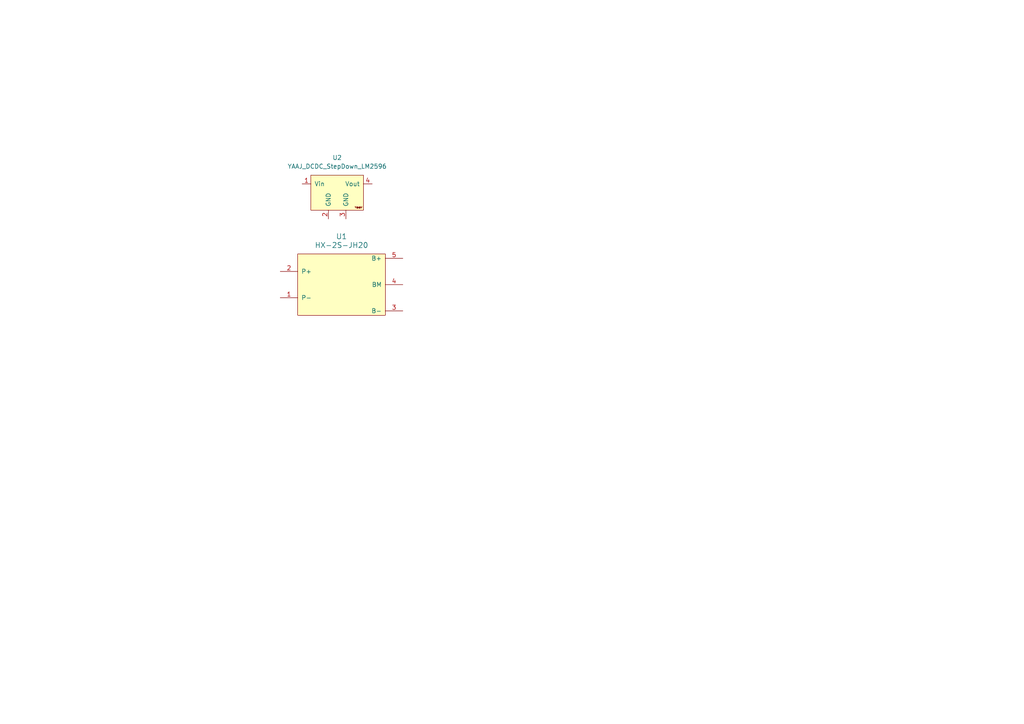
<source format=kicad_sch>
(kicad_sch (version 20231120) (generator "eeschema") (generator_version "8.0")
  (paper "A4")
  (lib_symbols
    (symbol "megasaturnv_custom_components:HX-2S-JH20" (pin_names (offset 1.016))
      (property "Reference" "U" (at 0 -1.27 0))
      (property "Value" "HX-2S-JH20" (at 0 1.27 0))
      (symbol "HX-2S-JH20_0_1"
        (rectangle (start -12.7 8.89) (end 12.7 -8.89) (fill (type background)))
      )
      (symbol "HX-2S-JH20_1_1"
        (pin power_out line (at -17.78 -3.81 0) (length 5.08) (name "P-") (number "1"))
        (pin power_in line (at -17.78 3.81 0) (length 5.08) (name "P+") (number "2"))
        (pin power_out line (at 17.78 -7.62 180) (length 5.08) (name "B-") (number "3"))
        (pin power_in line (at 17.78 0 180) (length 5.08) (name "BM") (number "4"))
        (pin power_in line (at 17.78 7.62 180) (length 5.08) (name "B+") (number "5"))
      )
    )
    (symbol "yaaj_dcdc_stepdown_lm2596:YAAJ_DCDC_StepDown_LM2596" (pin_names (offset 1.016))
      (property "Reference" "U" (at -5.08 6.35 0))
      (property "Value" "YAAJ_DCDC_StepDown_LM2596" (at 0 11.43 0))
      (symbol "YAAJ_DCDC_StepDown_LM2596_0_1"
        (rectangle (start -7.62 5.08) (end 7.62 -5.08) (fill (type background)))
      )
      (symbol "YAAJ_DCDC_StepDown_LM2596_1_1"
        (text "Y@@V" (at 6.1976 -4.2672 0) (effects (font (size 0.508 0.508))))
        (pin power_in line (at -10.16 2.54 0) (length 2.54) (name "Vin") (number "1"))
        (pin power_in line (at -2.54 -7.62 90) (length 2.54) (name "GND") (number "2"))
        (pin power_in line (at 2.54 -7.62 90) (length 2.54) (name "GND") (number "3"))
        (pin power_out line (at 10.16 2.54 180) (length 2.54) (name "Vout") (number "4"))
      )
    )
  )
  (symbol (lib_id "yaaj_dcdc_stepdown_lm2596:YAAJ_DCDC_StepDown_LM2596") (at 97.79 55.88 0) (unit 1)
    (property "Reference" "U2" (at 97.79 45.72 0))
    (property "Value" "YAAJ_DCDC_StepDown_LM2596" (at 97.79 48.26 0))
    (property "Footprint" "LM2596:YAAJ_DCDC_StepDown_LM2596" (effects (hide yes)))
    (property "Description" "module : adjustable step down module 3.2V-40V to 1.25V-35V 3A" (effects (hide yes)))
  )
  (symbol (lib_id "megasaturnv_custom_components:HX-2S-JH20") (at 99.06 82.55 0) (unit 1)
    (property "Reference" "U1" (at 99.06 68.58 0) (effects (font (size 1.524 1.524))))
    (property "Value" "HX-2S-JH20" (at 99.06 71.12 0) (effects (font (size 1.524 1.524))))
    (property "Footprint" "megasaturnv_custom_components:HX-2S-JH20" (effects (hide yes)))
  )
)
</source>
